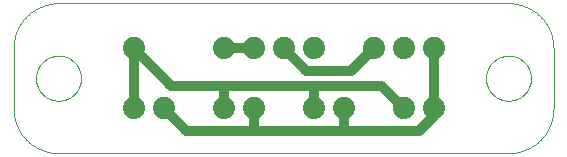
<source format=gbl>
G75*
%MOIN*%
%OFA0B0*%
%FSLAX25Y25*%
%IPPOS*%
%LPD*%
%AMOC8*
5,1,8,0,0,1.08239X$1,22.5*
%
%ADD10C,0.00000*%
%ADD11C,0.07400*%
%ADD12C,0.03200*%
D10*
X0016000Y0001000D02*
X0166000Y0001000D01*
X0166362Y0001004D01*
X0166725Y0001018D01*
X0167087Y0001039D01*
X0167448Y0001070D01*
X0167808Y0001109D01*
X0168167Y0001157D01*
X0168525Y0001214D01*
X0168882Y0001279D01*
X0169237Y0001353D01*
X0169590Y0001436D01*
X0169941Y0001527D01*
X0170289Y0001626D01*
X0170635Y0001734D01*
X0170979Y0001850D01*
X0171319Y0001975D01*
X0171656Y0002107D01*
X0171990Y0002248D01*
X0172321Y0002397D01*
X0172648Y0002554D01*
X0172971Y0002718D01*
X0173290Y0002890D01*
X0173604Y0003070D01*
X0173915Y0003258D01*
X0174220Y0003453D01*
X0174521Y0003655D01*
X0174817Y0003865D01*
X0175107Y0004081D01*
X0175393Y0004305D01*
X0175673Y0004535D01*
X0175947Y0004772D01*
X0176215Y0005016D01*
X0176478Y0005266D01*
X0176734Y0005522D01*
X0176984Y0005785D01*
X0177228Y0006053D01*
X0177465Y0006327D01*
X0177695Y0006607D01*
X0177919Y0006893D01*
X0178135Y0007183D01*
X0178345Y0007479D01*
X0178547Y0007780D01*
X0178742Y0008085D01*
X0178930Y0008396D01*
X0179110Y0008710D01*
X0179282Y0009029D01*
X0179446Y0009352D01*
X0179603Y0009679D01*
X0179752Y0010010D01*
X0179893Y0010344D01*
X0180025Y0010681D01*
X0180150Y0011021D01*
X0180266Y0011365D01*
X0180374Y0011711D01*
X0180473Y0012059D01*
X0180564Y0012410D01*
X0180647Y0012763D01*
X0180721Y0013118D01*
X0180786Y0013475D01*
X0180843Y0013833D01*
X0180891Y0014192D01*
X0180930Y0014552D01*
X0180961Y0014913D01*
X0180982Y0015275D01*
X0180996Y0015638D01*
X0181000Y0016000D01*
X0181000Y0036000D01*
X0180996Y0036362D01*
X0180982Y0036725D01*
X0180961Y0037087D01*
X0180930Y0037448D01*
X0180891Y0037808D01*
X0180843Y0038167D01*
X0180786Y0038525D01*
X0180721Y0038882D01*
X0180647Y0039237D01*
X0180564Y0039590D01*
X0180473Y0039941D01*
X0180374Y0040289D01*
X0180266Y0040635D01*
X0180150Y0040979D01*
X0180025Y0041319D01*
X0179893Y0041656D01*
X0179752Y0041990D01*
X0179603Y0042321D01*
X0179446Y0042648D01*
X0179282Y0042971D01*
X0179110Y0043290D01*
X0178930Y0043604D01*
X0178742Y0043915D01*
X0178547Y0044220D01*
X0178345Y0044521D01*
X0178135Y0044817D01*
X0177919Y0045107D01*
X0177695Y0045393D01*
X0177465Y0045673D01*
X0177228Y0045947D01*
X0176984Y0046215D01*
X0176734Y0046478D01*
X0176478Y0046734D01*
X0176215Y0046984D01*
X0175947Y0047228D01*
X0175673Y0047465D01*
X0175393Y0047695D01*
X0175107Y0047919D01*
X0174817Y0048135D01*
X0174521Y0048345D01*
X0174220Y0048547D01*
X0173915Y0048742D01*
X0173604Y0048930D01*
X0173290Y0049110D01*
X0172971Y0049282D01*
X0172648Y0049446D01*
X0172321Y0049603D01*
X0171990Y0049752D01*
X0171656Y0049893D01*
X0171319Y0050025D01*
X0170979Y0050150D01*
X0170635Y0050266D01*
X0170289Y0050374D01*
X0169941Y0050473D01*
X0169590Y0050564D01*
X0169237Y0050647D01*
X0168882Y0050721D01*
X0168525Y0050786D01*
X0168167Y0050843D01*
X0167808Y0050891D01*
X0167448Y0050930D01*
X0167087Y0050961D01*
X0166725Y0050982D01*
X0166362Y0050996D01*
X0166000Y0051000D01*
X0016000Y0051000D01*
X0015638Y0050996D01*
X0015275Y0050982D01*
X0014913Y0050961D01*
X0014552Y0050930D01*
X0014192Y0050891D01*
X0013833Y0050843D01*
X0013475Y0050786D01*
X0013118Y0050721D01*
X0012763Y0050647D01*
X0012410Y0050564D01*
X0012059Y0050473D01*
X0011711Y0050374D01*
X0011365Y0050266D01*
X0011021Y0050150D01*
X0010681Y0050025D01*
X0010344Y0049893D01*
X0010010Y0049752D01*
X0009679Y0049603D01*
X0009352Y0049446D01*
X0009029Y0049282D01*
X0008710Y0049110D01*
X0008396Y0048930D01*
X0008085Y0048742D01*
X0007780Y0048547D01*
X0007479Y0048345D01*
X0007183Y0048135D01*
X0006893Y0047919D01*
X0006607Y0047695D01*
X0006327Y0047465D01*
X0006053Y0047228D01*
X0005785Y0046984D01*
X0005522Y0046734D01*
X0005266Y0046478D01*
X0005016Y0046215D01*
X0004772Y0045947D01*
X0004535Y0045673D01*
X0004305Y0045393D01*
X0004081Y0045107D01*
X0003865Y0044817D01*
X0003655Y0044521D01*
X0003453Y0044220D01*
X0003258Y0043915D01*
X0003070Y0043604D01*
X0002890Y0043290D01*
X0002718Y0042971D01*
X0002554Y0042648D01*
X0002397Y0042321D01*
X0002248Y0041990D01*
X0002107Y0041656D01*
X0001975Y0041319D01*
X0001850Y0040979D01*
X0001734Y0040635D01*
X0001626Y0040289D01*
X0001527Y0039941D01*
X0001436Y0039590D01*
X0001353Y0039237D01*
X0001279Y0038882D01*
X0001214Y0038525D01*
X0001157Y0038167D01*
X0001109Y0037808D01*
X0001070Y0037448D01*
X0001039Y0037087D01*
X0001018Y0036725D01*
X0001004Y0036362D01*
X0001000Y0036000D01*
X0001000Y0016000D01*
X0001004Y0015638D01*
X0001018Y0015275D01*
X0001039Y0014913D01*
X0001070Y0014552D01*
X0001109Y0014192D01*
X0001157Y0013833D01*
X0001214Y0013475D01*
X0001279Y0013118D01*
X0001353Y0012763D01*
X0001436Y0012410D01*
X0001527Y0012059D01*
X0001626Y0011711D01*
X0001734Y0011365D01*
X0001850Y0011021D01*
X0001975Y0010681D01*
X0002107Y0010344D01*
X0002248Y0010010D01*
X0002397Y0009679D01*
X0002554Y0009352D01*
X0002718Y0009029D01*
X0002890Y0008710D01*
X0003070Y0008396D01*
X0003258Y0008085D01*
X0003453Y0007780D01*
X0003655Y0007479D01*
X0003865Y0007183D01*
X0004081Y0006893D01*
X0004305Y0006607D01*
X0004535Y0006327D01*
X0004772Y0006053D01*
X0005016Y0005785D01*
X0005266Y0005522D01*
X0005522Y0005266D01*
X0005785Y0005016D01*
X0006053Y0004772D01*
X0006327Y0004535D01*
X0006607Y0004305D01*
X0006893Y0004081D01*
X0007183Y0003865D01*
X0007479Y0003655D01*
X0007780Y0003453D01*
X0008085Y0003258D01*
X0008396Y0003070D01*
X0008710Y0002890D01*
X0009029Y0002718D01*
X0009352Y0002554D01*
X0009679Y0002397D01*
X0010010Y0002248D01*
X0010344Y0002107D01*
X0010681Y0001975D01*
X0011021Y0001850D01*
X0011365Y0001734D01*
X0011711Y0001626D01*
X0012059Y0001527D01*
X0012410Y0001436D01*
X0012763Y0001353D01*
X0013118Y0001279D01*
X0013475Y0001214D01*
X0013833Y0001157D01*
X0014192Y0001109D01*
X0014552Y0001070D01*
X0014913Y0001039D01*
X0015275Y0001018D01*
X0015638Y0001004D01*
X0016000Y0001000D01*
X0008500Y0026000D02*
X0008502Y0026184D01*
X0008509Y0026368D01*
X0008520Y0026552D01*
X0008536Y0026735D01*
X0008556Y0026918D01*
X0008581Y0027100D01*
X0008610Y0027282D01*
X0008644Y0027463D01*
X0008682Y0027643D01*
X0008725Y0027822D01*
X0008772Y0028000D01*
X0008823Y0028177D01*
X0008879Y0028353D01*
X0008938Y0028527D01*
X0009003Y0028699D01*
X0009071Y0028870D01*
X0009143Y0029039D01*
X0009220Y0029207D01*
X0009301Y0029372D01*
X0009386Y0029535D01*
X0009474Y0029697D01*
X0009567Y0029856D01*
X0009664Y0030012D01*
X0009764Y0030167D01*
X0009868Y0030319D01*
X0009976Y0030468D01*
X0010087Y0030614D01*
X0010202Y0030758D01*
X0010321Y0030899D01*
X0010443Y0031037D01*
X0010568Y0031172D01*
X0010697Y0031303D01*
X0010828Y0031432D01*
X0010963Y0031557D01*
X0011101Y0031679D01*
X0011242Y0031798D01*
X0011386Y0031913D01*
X0011532Y0032024D01*
X0011681Y0032132D01*
X0011833Y0032236D01*
X0011988Y0032336D01*
X0012144Y0032433D01*
X0012303Y0032526D01*
X0012465Y0032614D01*
X0012628Y0032699D01*
X0012793Y0032780D01*
X0012961Y0032857D01*
X0013130Y0032929D01*
X0013301Y0032997D01*
X0013473Y0033062D01*
X0013647Y0033121D01*
X0013823Y0033177D01*
X0014000Y0033228D01*
X0014178Y0033275D01*
X0014357Y0033318D01*
X0014537Y0033356D01*
X0014718Y0033390D01*
X0014900Y0033419D01*
X0015082Y0033444D01*
X0015265Y0033464D01*
X0015448Y0033480D01*
X0015632Y0033491D01*
X0015816Y0033498D01*
X0016000Y0033500D01*
X0016184Y0033498D01*
X0016368Y0033491D01*
X0016552Y0033480D01*
X0016735Y0033464D01*
X0016918Y0033444D01*
X0017100Y0033419D01*
X0017282Y0033390D01*
X0017463Y0033356D01*
X0017643Y0033318D01*
X0017822Y0033275D01*
X0018000Y0033228D01*
X0018177Y0033177D01*
X0018353Y0033121D01*
X0018527Y0033062D01*
X0018699Y0032997D01*
X0018870Y0032929D01*
X0019039Y0032857D01*
X0019207Y0032780D01*
X0019372Y0032699D01*
X0019535Y0032614D01*
X0019697Y0032526D01*
X0019856Y0032433D01*
X0020012Y0032336D01*
X0020167Y0032236D01*
X0020319Y0032132D01*
X0020468Y0032024D01*
X0020614Y0031913D01*
X0020758Y0031798D01*
X0020899Y0031679D01*
X0021037Y0031557D01*
X0021172Y0031432D01*
X0021303Y0031303D01*
X0021432Y0031172D01*
X0021557Y0031037D01*
X0021679Y0030899D01*
X0021798Y0030758D01*
X0021913Y0030614D01*
X0022024Y0030468D01*
X0022132Y0030319D01*
X0022236Y0030167D01*
X0022336Y0030012D01*
X0022433Y0029856D01*
X0022526Y0029697D01*
X0022614Y0029535D01*
X0022699Y0029372D01*
X0022780Y0029207D01*
X0022857Y0029039D01*
X0022929Y0028870D01*
X0022997Y0028699D01*
X0023062Y0028527D01*
X0023121Y0028353D01*
X0023177Y0028177D01*
X0023228Y0028000D01*
X0023275Y0027822D01*
X0023318Y0027643D01*
X0023356Y0027463D01*
X0023390Y0027282D01*
X0023419Y0027100D01*
X0023444Y0026918D01*
X0023464Y0026735D01*
X0023480Y0026552D01*
X0023491Y0026368D01*
X0023498Y0026184D01*
X0023500Y0026000D01*
X0023498Y0025816D01*
X0023491Y0025632D01*
X0023480Y0025448D01*
X0023464Y0025265D01*
X0023444Y0025082D01*
X0023419Y0024900D01*
X0023390Y0024718D01*
X0023356Y0024537D01*
X0023318Y0024357D01*
X0023275Y0024178D01*
X0023228Y0024000D01*
X0023177Y0023823D01*
X0023121Y0023647D01*
X0023062Y0023473D01*
X0022997Y0023301D01*
X0022929Y0023130D01*
X0022857Y0022961D01*
X0022780Y0022793D01*
X0022699Y0022628D01*
X0022614Y0022465D01*
X0022526Y0022303D01*
X0022433Y0022144D01*
X0022336Y0021988D01*
X0022236Y0021833D01*
X0022132Y0021681D01*
X0022024Y0021532D01*
X0021913Y0021386D01*
X0021798Y0021242D01*
X0021679Y0021101D01*
X0021557Y0020963D01*
X0021432Y0020828D01*
X0021303Y0020697D01*
X0021172Y0020568D01*
X0021037Y0020443D01*
X0020899Y0020321D01*
X0020758Y0020202D01*
X0020614Y0020087D01*
X0020468Y0019976D01*
X0020319Y0019868D01*
X0020167Y0019764D01*
X0020012Y0019664D01*
X0019856Y0019567D01*
X0019697Y0019474D01*
X0019535Y0019386D01*
X0019372Y0019301D01*
X0019207Y0019220D01*
X0019039Y0019143D01*
X0018870Y0019071D01*
X0018699Y0019003D01*
X0018527Y0018938D01*
X0018353Y0018879D01*
X0018177Y0018823D01*
X0018000Y0018772D01*
X0017822Y0018725D01*
X0017643Y0018682D01*
X0017463Y0018644D01*
X0017282Y0018610D01*
X0017100Y0018581D01*
X0016918Y0018556D01*
X0016735Y0018536D01*
X0016552Y0018520D01*
X0016368Y0018509D01*
X0016184Y0018502D01*
X0016000Y0018500D01*
X0015816Y0018502D01*
X0015632Y0018509D01*
X0015448Y0018520D01*
X0015265Y0018536D01*
X0015082Y0018556D01*
X0014900Y0018581D01*
X0014718Y0018610D01*
X0014537Y0018644D01*
X0014357Y0018682D01*
X0014178Y0018725D01*
X0014000Y0018772D01*
X0013823Y0018823D01*
X0013647Y0018879D01*
X0013473Y0018938D01*
X0013301Y0019003D01*
X0013130Y0019071D01*
X0012961Y0019143D01*
X0012793Y0019220D01*
X0012628Y0019301D01*
X0012465Y0019386D01*
X0012303Y0019474D01*
X0012144Y0019567D01*
X0011988Y0019664D01*
X0011833Y0019764D01*
X0011681Y0019868D01*
X0011532Y0019976D01*
X0011386Y0020087D01*
X0011242Y0020202D01*
X0011101Y0020321D01*
X0010963Y0020443D01*
X0010828Y0020568D01*
X0010697Y0020697D01*
X0010568Y0020828D01*
X0010443Y0020963D01*
X0010321Y0021101D01*
X0010202Y0021242D01*
X0010087Y0021386D01*
X0009976Y0021532D01*
X0009868Y0021681D01*
X0009764Y0021833D01*
X0009664Y0021988D01*
X0009567Y0022144D01*
X0009474Y0022303D01*
X0009386Y0022465D01*
X0009301Y0022628D01*
X0009220Y0022793D01*
X0009143Y0022961D01*
X0009071Y0023130D01*
X0009003Y0023301D01*
X0008938Y0023473D01*
X0008879Y0023647D01*
X0008823Y0023823D01*
X0008772Y0024000D01*
X0008725Y0024178D01*
X0008682Y0024357D01*
X0008644Y0024537D01*
X0008610Y0024718D01*
X0008581Y0024900D01*
X0008556Y0025082D01*
X0008536Y0025265D01*
X0008520Y0025448D01*
X0008509Y0025632D01*
X0008502Y0025816D01*
X0008500Y0026000D01*
X0158500Y0026000D02*
X0158502Y0026184D01*
X0158509Y0026368D01*
X0158520Y0026552D01*
X0158536Y0026735D01*
X0158556Y0026918D01*
X0158581Y0027100D01*
X0158610Y0027282D01*
X0158644Y0027463D01*
X0158682Y0027643D01*
X0158725Y0027822D01*
X0158772Y0028000D01*
X0158823Y0028177D01*
X0158879Y0028353D01*
X0158938Y0028527D01*
X0159003Y0028699D01*
X0159071Y0028870D01*
X0159143Y0029039D01*
X0159220Y0029207D01*
X0159301Y0029372D01*
X0159386Y0029535D01*
X0159474Y0029697D01*
X0159567Y0029856D01*
X0159664Y0030012D01*
X0159764Y0030167D01*
X0159868Y0030319D01*
X0159976Y0030468D01*
X0160087Y0030614D01*
X0160202Y0030758D01*
X0160321Y0030899D01*
X0160443Y0031037D01*
X0160568Y0031172D01*
X0160697Y0031303D01*
X0160828Y0031432D01*
X0160963Y0031557D01*
X0161101Y0031679D01*
X0161242Y0031798D01*
X0161386Y0031913D01*
X0161532Y0032024D01*
X0161681Y0032132D01*
X0161833Y0032236D01*
X0161988Y0032336D01*
X0162144Y0032433D01*
X0162303Y0032526D01*
X0162465Y0032614D01*
X0162628Y0032699D01*
X0162793Y0032780D01*
X0162961Y0032857D01*
X0163130Y0032929D01*
X0163301Y0032997D01*
X0163473Y0033062D01*
X0163647Y0033121D01*
X0163823Y0033177D01*
X0164000Y0033228D01*
X0164178Y0033275D01*
X0164357Y0033318D01*
X0164537Y0033356D01*
X0164718Y0033390D01*
X0164900Y0033419D01*
X0165082Y0033444D01*
X0165265Y0033464D01*
X0165448Y0033480D01*
X0165632Y0033491D01*
X0165816Y0033498D01*
X0166000Y0033500D01*
X0166184Y0033498D01*
X0166368Y0033491D01*
X0166552Y0033480D01*
X0166735Y0033464D01*
X0166918Y0033444D01*
X0167100Y0033419D01*
X0167282Y0033390D01*
X0167463Y0033356D01*
X0167643Y0033318D01*
X0167822Y0033275D01*
X0168000Y0033228D01*
X0168177Y0033177D01*
X0168353Y0033121D01*
X0168527Y0033062D01*
X0168699Y0032997D01*
X0168870Y0032929D01*
X0169039Y0032857D01*
X0169207Y0032780D01*
X0169372Y0032699D01*
X0169535Y0032614D01*
X0169697Y0032526D01*
X0169856Y0032433D01*
X0170012Y0032336D01*
X0170167Y0032236D01*
X0170319Y0032132D01*
X0170468Y0032024D01*
X0170614Y0031913D01*
X0170758Y0031798D01*
X0170899Y0031679D01*
X0171037Y0031557D01*
X0171172Y0031432D01*
X0171303Y0031303D01*
X0171432Y0031172D01*
X0171557Y0031037D01*
X0171679Y0030899D01*
X0171798Y0030758D01*
X0171913Y0030614D01*
X0172024Y0030468D01*
X0172132Y0030319D01*
X0172236Y0030167D01*
X0172336Y0030012D01*
X0172433Y0029856D01*
X0172526Y0029697D01*
X0172614Y0029535D01*
X0172699Y0029372D01*
X0172780Y0029207D01*
X0172857Y0029039D01*
X0172929Y0028870D01*
X0172997Y0028699D01*
X0173062Y0028527D01*
X0173121Y0028353D01*
X0173177Y0028177D01*
X0173228Y0028000D01*
X0173275Y0027822D01*
X0173318Y0027643D01*
X0173356Y0027463D01*
X0173390Y0027282D01*
X0173419Y0027100D01*
X0173444Y0026918D01*
X0173464Y0026735D01*
X0173480Y0026552D01*
X0173491Y0026368D01*
X0173498Y0026184D01*
X0173500Y0026000D01*
X0173498Y0025816D01*
X0173491Y0025632D01*
X0173480Y0025448D01*
X0173464Y0025265D01*
X0173444Y0025082D01*
X0173419Y0024900D01*
X0173390Y0024718D01*
X0173356Y0024537D01*
X0173318Y0024357D01*
X0173275Y0024178D01*
X0173228Y0024000D01*
X0173177Y0023823D01*
X0173121Y0023647D01*
X0173062Y0023473D01*
X0172997Y0023301D01*
X0172929Y0023130D01*
X0172857Y0022961D01*
X0172780Y0022793D01*
X0172699Y0022628D01*
X0172614Y0022465D01*
X0172526Y0022303D01*
X0172433Y0022144D01*
X0172336Y0021988D01*
X0172236Y0021833D01*
X0172132Y0021681D01*
X0172024Y0021532D01*
X0171913Y0021386D01*
X0171798Y0021242D01*
X0171679Y0021101D01*
X0171557Y0020963D01*
X0171432Y0020828D01*
X0171303Y0020697D01*
X0171172Y0020568D01*
X0171037Y0020443D01*
X0170899Y0020321D01*
X0170758Y0020202D01*
X0170614Y0020087D01*
X0170468Y0019976D01*
X0170319Y0019868D01*
X0170167Y0019764D01*
X0170012Y0019664D01*
X0169856Y0019567D01*
X0169697Y0019474D01*
X0169535Y0019386D01*
X0169372Y0019301D01*
X0169207Y0019220D01*
X0169039Y0019143D01*
X0168870Y0019071D01*
X0168699Y0019003D01*
X0168527Y0018938D01*
X0168353Y0018879D01*
X0168177Y0018823D01*
X0168000Y0018772D01*
X0167822Y0018725D01*
X0167643Y0018682D01*
X0167463Y0018644D01*
X0167282Y0018610D01*
X0167100Y0018581D01*
X0166918Y0018556D01*
X0166735Y0018536D01*
X0166552Y0018520D01*
X0166368Y0018509D01*
X0166184Y0018502D01*
X0166000Y0018500D01*
X0165816Y0018502D01*
X0165632Y0018509D01*
X0165448Y0018520D01*
X0165265Y0018536D01*
X0165082Y0018556D01*
X0164900Y0018581D01*
X0164718Y0018610D01*
X0164537Y0018644D01*
X0164357Y0018682D01*
X0164178Y0018725D01*
X0164000Y0018772D01*
X0163823Y0018823D01*
X0163647Y0018879D01*
X0163473Y0018938D01*
X0163301Y0019003D01*
X0163130Y0019071D01*
X0162961Y0019143D01*
X0162793Y0019220D01*
X0162628Y0019301D01*
X0162465Y0019386D01*
X0162303Y0019474D01*
X0162144Y0019567D01*
X0161988Y0019664D01*
X0161833Y0019764D01*
X0161681Y0019868D01*
X0161532Y0019976D01*
X0161386Y0020087D01*
X0161242Y0020202D01*
X0161101Y0020321D01*
X0160963Y0020443D01*
X0160828Y0020568D01*
X0160697Y0020697D01*
X0160568Y0020828D01*
X0160443Y0020963D01*
X0160321Y0021101D01*
X0160202Y0021242D01*
X0160087Y0021386D01*
X0159976Y0021532D01*
X0159868Y0021681D01*
X0159764Y0021833D01*
X0159664Y0021988D01*
X0159567Y0022144D01*
X0159474Y0022303D01*
X0159386Y0022465D01*
X0159301Y0022628D01*
X0159220Y0022793D01*
X0159143Y0022961D01*
X0159071Y0023130D01*
X0159003Y0023301D01*
X0158938Y0023473D01*
X0158879Y0023647D01*
X0158823Y0023823D01*
X0158772Y0024000D01*
X0158725Y0024178D01*
X0158682Y0024357D01*
X0158644Y0024537D01*
X0158610Y0024718D01*
X0158581Y0024900D01*
X0158556Y0025082D01*
X0158536Y0025265D01*
X0158520Y0025448D01*
X0158509Y0025632D01*
X0158502Y0025816D01*
X0158500Y0026000D01*
D11*
X0141000Y0036000D03*
X0131000Y0036000D03*
X0121000Y0036000D03*
X0101000Y0036000D03*
X0091000Y0036000D03*
X0081000Y0036000D03*
X0071000Y0036000D03*
X0041000Y0036000D03*
X0041000Y0016000D03*
X0051000Y0016000D03*
X0071000Y0016000D03*
X0081000Y0016000D03*
X0101000Y0016000D03*
X0111000Y0016000D03*
X0131000Y0016000D03*
X0141000Y0016000D03*
D12*
X0141000Y0036000D01*
X0121000Y0036000D02*
X0113500Y0028500D01*
X0098500Y0028500D01*
X0091000Y0036000D01*
X0081000Y0036000D02*
X0071000Y0036000D01*
X0053500Y0023500D02*
X0041000Y0036000D01*
X0041000Y0016000D01*
X0051000Y0016000D02*
X0058500Y0008500D01*
X0081000Y0008500D01*
X0081000Y0016000D01*
X0071000Y0016000D02*
X0071000Y0023500D01*
X0053500Y0023500D01*
X0071000Y0023500D02*
X0101000Y0023500D01*
X0101000Y0016000D01*
X0111000Y0016000D02*
X0111000Y0008500D01*
X0081000Y0008500D01*
X0111000Y0008500D02*
X0136000Y0008500D01*
X0141000Y0013500D01*
X0141000Y0016000D01*
X0131000Y0016000D02*
X0123500Y0023500D01*
X0101000Y0023500D01*
M02*

</source>
